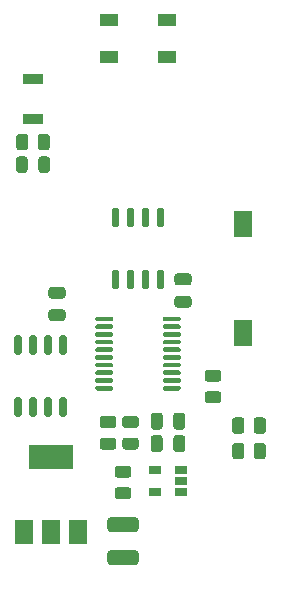
<source format=gbr>
%TF.GenerationSoftware,KiCad,Pcbnew,5.1.9-73d0e3b20d~88~ubuntu20.04.1*%
%TF.CreationDate,2021-03-24T22:26:37+08:00*%
%TF.ProjectId,elec-remote,656c6563-2d72-4656-9d6f-74652e6b6963,rev?*%
%TF.SameCoordinates,Original*%
%TF.FileFunction,Paste,Top*%
%TF.FilePolarity,Positive*%
%FSLAX46Y46*%
G04 Gerber Fmt 4.6, Leading zero omitted, Abs format (unit mm)*
G04 Created by KiCad (PCBNEW 5.1.9-73d0e3b20d~88~ubuntu20.04.1) date 2021-03-24 22:26:37*
%MOMM*%
%LPD*%
G01*
G04 APERTURE LIST*
%ADD10R,1.500000X1.000000*%
%ADD11R,1.700000X0.900000*%
%ADD12R,1.500000X2.000000*%
%ADD13R,3.800000X2.000000*%
%ADD14R,1.060000X0.650000*%
%ADD15R,1.600000X2.180000*%
G04 APERTURE END LIST*
D10*
%TO.C,D5*%
X39460000Y-28880000D03*
X39460000Y-32080000D03*
X44360000Y-28880000D03*
X44360000Y-32080000D03*
%TD*%
D11*
%TO.C,SIDE1*%
X33020000Y-33860000D03*
X33020000Y-37260000D03*
%TD*%
%TO.C,U6*%
G36*
G01*
X43665000Y-50060000D02*
X43965000Y-50060000D01*
G75*
G02*
X44115000Y-50210000I0J-150000D01*
G01*
X44115000Y-51560000D01*
G75*
G02*
X43965000Y-51710000I-150000J0D01*
G01*
X43665000Y-51710000D01*
G75*
G02*
X43515000Y-51560000I0J150000D01*
G01*
X43515000Y-50210000D01*
G75*
G02*
X43665000Y-50060000I150000J0D01*
G01*
G37*
G36*
G01*
X42395000Y-50060000D02*
X42695000Y-50060000D01*
G75*
G02*
X42845000Y-50210000I0J-150000D01*
G01*
X42845000Y-51560000D01*
G75*
G02*
X42695000Y-51710000I-150000J0D01*
G01*
X42395000Y-51710000D01*
G75*
G02*
X42245000Y-51560000I0J150000D01*
G01*
X42245000Y-50210000D01*
G75*
G02*
X42395000Y-50060000I150000J0D01*
G01*
G37*
G36*
G01*
X41125000Y-50060000D02*
X41425000Y-50060000D01*
G75*
G02*
X41575000Y-50210000I0J-150000D01*
G01*
X41575000Y-51560000D01*
G75*
G02*
X41425000Y-51710000I-150000J0D01*
G01*
X41125000Y-51710000D01*
G75*
G02*
X40975000Y-51560000I0J150000D01*
G01*
X40975000Y-50210000D01*
G75*
G02*
X41125000Y-50060000I150000J0D01*
G01*
G37*
G36*
G01*
X39855000Y-50060000D02*
X40155000Y-50060000D01*
G75*
G02*
X40305000Y-50210000I0J-150000D01*
G01*
X40305000Y-51560000D01*
G75*
G02*
X40155000Y-51710000I-150000J0D01*
G01*
X39855000Y-51710000D01*
G75*
G02*
X39705000Y-51560000I0J150000D01*
G01*
X39705000Y-50210000D01*
G75*
G02*
X39855000Y-50060000I150000J0D01*
G01*
G37*
G36*
G01*
X39855000Y-44810000D02*
X40155000Y-44810000D01*
G75*
G02*
X40305000Y-44960000I0J-150000D01*
G01*
X40305000Y-46310000D01*
G75*
G02*
X40155000Y-46460000I-150000J0D01*
G01*
X39855000Y-46460000D01*
G75*
G02*
X39705000Y-46310000I0J150000D01*
G01*
X39705000Y-44960000D01*
G75*
G02*
X39855000Y-44810000I150000J0D01*
G01*
G37*
G36*
G01*
X41125000Y-44810000D02*
X41425000Y-44810000D01*
G75*
G02*
X41575000Y-44960000I0J-150000D01*
G01*
X41575000Y-46310000D01*
G75*
G02*
X41425000Y-46460000I-150000J0D01*
G01*
X41125000Y-46460000D01*
G75*
G02*
X40975000Y-46310000I0J150000D01*
G01*
X40975000Y-44960000D01*
G75*
G02*
X41125000Y-44810000I150000J0D01*
G01*
G37*
G36*
G01*
X42395000Y-44810000D02*
X42695000Y-44810000D01*
G75*
G02*
X42845000Y-44960000I0J-150000D01*
G01*
X42845000Y-46310000D01*
G75*
G02*
X42695000Y-46460000I-150000J0D01*
G01*
X42395000Y-46460000D01*
G75*
G02*
X42245000Y-46310000I0J150000D01*
G01*
X42245000Y-44960000D01*
G75*
G02*
X42395000Y-44810000I150000J0D01*
G01*
G37*
G36*
G01*
X43665000Y-44810000D02*
X43965000Y-44810000D01*
G75*
G02*
X44115000Y-44960000I0J-150000D01*
G01*
X44115000Y-46310000D01*
G75*
G02*
X43965000Y-46460000I-150000J0D01*
G01*
X43665000Y-46460000D01*
G75*
G02*
X43515000Y-46310000I0J150000D01*
G01*
X43515000Y-44960000D01*
G75*
G02*
X43665000Y-44810000I150000J0D01*
G01*
G37*
%TD*%
D12*
%TO.C,U5*%
X32244000Y-72238000D03*
X36844000Y-72238000D03*
X34544000Y-72238000D03*
D13*
X34544000Y-65938000D03*
%TD*%
D14*
%TO.C,U4*%
X43350000Y-68895000D03*
X43350000Y-66995000D03*
X45550000Y-66995000D03*
X45550000Y-67945000D03*
X45550000Y-68895000D03*
%TD*%
%TO.C,U3*%
G36*
G01*
X39785000Y-59975000D02*
X39785000Y-60175000D01*
G75*
G02*
X39685000Y-60275000I-100000J0D01*
G01*
X38410000Y-60275000D01*
G75*
G02*
X38310000Y-60175000I0J100000D01*
G01*
X38310000Y-59975000D01*
G75*
G02*
X38410000Y-59875000I100000J0D01*
G01*
X39685000Y-59875000D01*
G75*
G02*
X39785000Y-59975000I0J-100000D01*
G01*
G37*
G36*
G01*
X39785000Y-59325000D02*
X39785000Y-59525000D01*
G75*
G02*
X39685000Y-59625000I-100000J0D01*
G01*
X38410000Y-59625000D01*
G75*
G02*
X38310000Y-59525000I0J100000D01*
G01*
X38310000Y-59325000D01*
G75*
G02*
X38410000Y-59225000I100000J0D01*
G01*
X39685000Y-59225000D01*
G75*
G02*
X39785000Y-59325000I0J-100000D01*
G01*
G37*
G36*
G01*
X39785000Y-58675000D02*
X39785000Y-58875000D01*
G75*
G02*
X39685000Y-58975000I-100000J0D01*
G01*
X38410000Y-58975000D01*
G75*
G02*
X38310000Y-58875000I0J100000D01*
G01*
X38310000Y-58675000D01*
G75*
G02*
X38410000Y-58575000I100000J0D01*
G01*
X39685000Y-58575000D01*
G75*
G02*
X39785000Y-58675000I0J-100000D01*
G01*
G37*
G36*
G01*
X39785000Y-58025000D02*
X39785000Y-58225000D01*
G75*
G02*
X39685000Y-58325000I-100000J0D01*
G01*
X38410000Y-58325000D01*
G75*
G02*
X38310000Y-58225000I0J100000D01*
G01*
X38310000Y-58025000D01*
G75*
G02*
X38410000Y-57925000I100000J0D01*
G01*
X39685000Y-57925000D01*
G75*
G02*
X39785000Y-58025000I0J-100000D01*
G01*
G37*
G36*
G01*
X39785000Y-57375000D02*
X39785000Y-57575000D01*
G75*
G02*
X39685000Y-57675000I-100000J0D01*
G01*
X38410000Y-57675000D01*
G75*
G02*
X38310000Y-57575000I0J100000D01*
G01*
X38310000Y-57375000D01*
G75*
G02*
X38410000Y-57275000I100000J0D01*
G01*
X39685000Y-57275000D01*
G75*
G02*
X39785000Y-57375000I0J-100000D01*
G01*
G37*
G36*
G01*
X39785000Y-56725000D02*
X39785000Y-56925000D01*
G75*
G02*
X39685000Y-57025000I-100000J0D01*
G01*
X38410000Y-57025000D01*
G75*
G02*
X38310000Y-56925000I0J100000D01*
G01*
X38310000Y-56725000D01*
G75*
G02*
X38410000Y-56625000I100000J0D01*
G01*
X39685000Y-56625000D01*
G75*
G02*
X39785000Y-56725000I0J-100000D01*
G01*
G37*
G36*
G01*
X39785000Y-56075000D02*
X39785000Y-56275000D01*
G75*
G02*
X39685000Y-56375000I-100000J0D01*
G01*
X38410000Y-56375000D01*
G75*
G02*
X38310000Y-56275000I0J100000D01*
G01*
X38310000Y-56075000D01*
G75*
G02*
X38410000Y-55975000I100000J0D01*
G01*
X39685000Y-55975000D01*
G75*
G02*
X39785000Y-56075000I0J-100000D01*
G01*
G37*
G36*
G01*
X39785000Y-55425000D02*
X39785000Y-55625000D01*
G75*
G02*
X39685000Y-55725000I-100000J0D01*
G01*
X38410000Y-55725000D01*
G75*
G02*
X38310000Y-55625000I0J100000D01*
G01*
X38310000Y-55425000D01*
G75*
G02*
X38410000Y-55325000I100000J0D01*
G01*
X39685000Y-55325000D01*
G75*
G02*
X39785000Y-55425000I0J-100000D01*
G01*
G37*
G36*
G01*
X39785000Y-54775000D02*
X39785000Y-54975000D01*
G75*
G02*
X39685000Y-55075000I-100000J0D01*
G01*
X38410000Y-55075000D01*
G75*
G02*
X38310000Y-54975000I0J100000D01*
G01*
X38310000Y-54775000D01*
G75*
G02*
X38410000Y-54675000I100000J0D01*
G01*
X39685000Y-54675000D01*
G75*
G02*
X39785000Y-54775000I0J-100000D01*
G01*
G37*
G36*
G01*
X39785000Y-54125000D02*
X39785000Y-54325000D01*
G75*
G02*
X39685000Y-54425000I-100000J0D01*
G01*
X38410000Y-54425000D01*
G75*
G02*
X38310000Y-54325000I0J100000D01*
G01*
X38310000Y-54125000D01*
G75*
G02*
X38410000Y-54025000I100000J0D01*
G01*
X39685000Y-54025000D01*
G75*
G02*
X39785000Y-54125000I0J-100000D01*
G01*
G37*
G36*
G01*
X45510000Y-54125000D02*
X45510000Y-54325000D01*
G75*
G02*
X45410000Y-54425000I-100000J0D01*
G01*
X44135000Y-54425000D01*
G75*
G02*
X44035000Y-54325000I0J100000D01*
G01*
X44035000Y-54125000D01*
G75*
G02*
X44135000Y-54025000I100000J0D01*
G01*
X45410000Y-54025000D01*
G75*
G02*
X45510000Y-54125000I0J-100000D01*
G01*
G37*
G36*
G01*
X45510000Y-54775000D02*
X45510000Y-54975000D01*
G75*
G02*
X45410000Y-55075000I-100000J0D01*
G01*
X44135000Y-55075000D01*
G75*
G02*
X44035000Y-54975000I0J100000D01*
G01*
X44035000Y-54775000D01*
G75*
G02*
X44135000Y-54675000I100000J0D01*
G01*
X45410000Y-54675000D01*
G75*
G02*
X45510000Y-54775000I0J-100000D01*
G01*
G37*
G36*
G01*
X45510000Y-55425000D02*
X45510000Y-55625000D01*
G75*
G02*
X45410000Y-55725000I-100000J0D01*
G01*
X44135000Y-55725000D01*
G75*
G02*
X44035000Y-55625000I0J100000D01*
G01*
X44035000Y-55425000D01*
G75*
G02*
X44135000Y-55325000I100000J0D01*
G01*
X45410000Y-55325000D01*
G75*
G02*
X45510000Y-55425000I0J-100000D01*
G01*
G37*
G36*
G01*
X45510000Y-56075000D02*
X45510000Y-56275000D01*
G75*
G02*
X45410000Y-56375000I-100000J0D01*
G01*
X44135000Y-56375000D01*
G75*
G02*
X44035000Y-56275000I0J100000D01*
G01*
X44035000Y-56075000D01*
G75*
G02*
X44135000Y-55975000I100000J0D01*
G01*
X45410000Y-55975000D01*
G75*
G02*
X45510000Y-56075000I0J-100000D01*
G01*
G37*
G36*
G01*
X45510000Y-56725000D02*
X45510000Y-56925000D01*
G75*
G02*
X45410000Y-57025000I-100000J0D01*
G01*
X44135000Y-57025000D01*
G75*
G02*
X44035000Y-56925000I0J100000D01*
G01*
X44035000Y-56725000D01*
G75*
G02*
X44135000Y-56625000I100000J0D01*
G01*
X45410000Y-56625000D01*
G75*
G02*
X45510000Y-56725000I0J-100000D01*
G01*
G37*
G36*
G01*
X45510000Y-57375000D02*
X45510000Y-57575000D01*
G75*
G02*
X45410000Y-57675000I-100000J0D01*
G01*
X44135000Y-57675000D01*
G75*
G02*
X44035000Y-57575000I0J100000D01*
G01*
X44035000Y-57375000D01*
G75*
G02*
X44135000Y-57275000I100000J0D01*
G01*
X45410000Y-57275000D01*
G75*
G02*
X45510000Y-57375000I0J-100000D01*
G01*
G37*
G36*
G01*
X45510000Y-58025000D02*
X45510000Y-58225000D01*
G75*
G02*
X45410000Y-58325000I-100000J0D01*
G01*
X44135000Y-58325000D01*
G75*
G02*
X44035000Y-58225000I0J100000D01*
G01*
X44035000Y-58025000D01*
G75*
G02*
X44135000Y-57925000I100000J0D01*
G01*
X45410000Y-57925000D01*
G75*
G02*
X45510000Y-58025000I0J-100000D01*
G01*
G37*
G36*
G01*
X45510000Y-58675000D02*
X45510000Y-58875000D01*
G75*
G02*
X45410000Y-58975000I-100000J0D01*
G01*
X44135000Y-58975000D01*
G75*
G02*
X44035000Y-58875000I0J100000D01*
G01*
X44035000Y-58675000D01*
G75*
G02*
X44135000Y-58575000I100000J0D01*
G01*
X45410000Y-58575000D01*
G75*
G02*
X45510000Y-58675000I0J-100000D01*
G01*
G37*
G36*
G01*
X45510000Y-59325000D02*
X45510000Y-59525000D01*
G75*
G02*
X45410000Y-59625000I-100000J0D01*
G01*
X44135000Y-59625000D01*
G75*
G02*
X44035000Y-59525000I0J100000D01*
G01*
X44035000Y-59325000D01*
G75*
G02*
X44135000Y-59225000I100000J0D01*
G01*
X45410000Y-59225000D01*
G75*
G02*
X45510000Y-59325000I0J-100000D01*
G01*
G37*
G36*
G01*
X45510000Y-59975000D02*
X45510000Y-60175000D01*
G75*
G02*
X45410000Y-60275000I-100000J0D01*
G01*
X44135000Y-60275000D01*
G75*
G02*
X44035000Y-60175000I0J100000D01*
G01*
X44035000Y-59975000D01*
G75*
G02*
X44135000Y-59875000I100000J0D01*
G01*
X45410000Y-59875000D01*
G75*
G02*
X45510000Y-59975000I0J-100000D01*
G01*
G37*
%TD*%
%TO.C,U1*%
G36*
G01*
X35410000Y-60855000D02*
X35710000Y-60855000D01*
G75*
G02*
X35860000Y-61005000I0J-150000D01*
G01*
X35860000Y-62355000D01*
G75*
G02*
X35710000Y-62505000I-150000J0D01*
G01*
X35410000Y-62505000D01*
G75*
G02*
X35260000Y-62355000I0J150000D01*
G01*
X35260000Y-61005000D01*
G75*
G02*
X35410000Y-60855000I150000J0D01*
G01*
G37*
G36*
G01*
X34140000Y-60855000D02*
X34440000Y-60855000D01*
G75*
G02*
X34590000Y-61005000I0J-150000D01*
G01*
X34590000Y-62355000D01*
G75*
G02*
X34440000Y-62505000I-150000J0D01*
G01*
X34140000Y-62505000D01*
G75*
G02*
X33990000Y-62355000I0J150000D01*
G01*
X33990000Y-61005000D01*
G75*
G02*
X34140000Y-60855000I150000J0D01*
G01*
G37*
G36*
G01*
X32870000Y-60855000D02*
X33170000Y-60855000D01*
G75*
G02*
X33320000Y-61005000I0J-150000D01*
G01*
X33320000Y-62355000D01*
G75*
G02*
X33170000Y-62505000I-150000J0D01*
G01*
X32870000Y-62505000D01*
G75*
G02*
X32720000Y-62355000I0J150000D01*
G01*
X32720000Y-61005000D01*
G75*
G02*
X32870000Y-60855000I150000J0D01*
G01*
G37*
G36*
G01*
X31600000Y-60855000D02*
X31900000Y-60855000D01*
G75*
G02*
X32050000Y-61005000I0J-150000D01*
G01*
X32050000Y-62355000D01*
G75*
G02*
X31900000Y-62505000I-150000J0D01*
G01*
X31600000Y-62505000D01*
G75*
G02*
X31450000Y-62355000I0J150000D01*
G01*
X31450000Y-61005000D01*
G75*
G02*
X31600000Y-60855000I150000J0D01*
G01*
G37*
G36*
G01*
X31600000Y-55605000D02*
X31900000Y-55605000D01*
G75*
G02*
X32050000Y-55755000I0J-150000D01*
G01*
X32050000Y-57105000D01*
G75*
G02*
X31900000Y-57255000I-150000J0D01*
G01*
X31600000Y-57255000D01*
G75*
G02*
X31450000Y-57105000I0J150000D01*
G01*
X31450000Y-55755000D01*
G75*
G02*
X31600000Y-55605000I150000J0D01*
G01*
G37*
G36*
G01*
X32870000Y-55605000D02*
X33170000Y-55605000D01*
G75*
G02*
X33320000Y-55755000I0J-150000D01*
G01*
X33320000Y-57105000D01*
G75*
G02*
X33170000Y-57255000I-150000J0D01*
G01*
X32870000Y-57255000D01*
G75*
G02*
X32720000Y-57105000I0J150000D01*
G01*
X32720000Y-55755000D01*
G75*
G02*
X32870000Y-55605000I150000J0D01*
G01*
G37*
G36*
G01*
X34140000Y-55605000D02*
X34440000Y-55605000D01*
G75*
G02*
X34590000Y-55755000I0J-150000D01*
G01*
X34590000Y-57105000D01*
G75*
G02*
X34440000Y-57255000I-150000J0D01*
G01*
X34140000Y-57255000D01*
G75*
G02*
X33990000Y-57105000I0J150000D01*
G01*
X33990000Y-55755000D01*
G75*
G02*
X34140000Y-55605000I150000J0D01*
G01*
G37*
G36*
G01*
X35410000Y-55605000D02*
X35710000Y-55605000D01*
G75*
G02*
X35860000Y-55755000I0J-150000D01*
G01*
X35860000Y-57105000D01*
G75*
G02*
X35710000Y-57255000I-150000J0D01*
G01*
X35410000Y-57255000D01*
G75*
G02*
X35260000Y-57105000I0J150000D01*
G01*
X35260000Y-55755000D01*
G75*
G02*
X35410000Y-55605000I150000J0D01*
G01*
G37*
%TD*%
D15*
%TO.C,RESET1*%
X50800000Y-46210000D03*
X50800000Y-55390000D03*
%TD*%
%TO.C,R26*%
G36*
G01*
X41725001Y-63457500D02*
X40824999Y-63457500D01*
G75*
G02*
X40575000Y-63207501I0J249999D01*
G01*
X40575000Y-62682499D01*
G75*
G02*
X40824999Y-62432500I249999J0D01*
G01*
X41725001Y-62432500D01*
G75*
G02*
X41975000Y-62682499I0J-249999D01*
G01*
X41975000Y-63207501D01*
G75*
G02*
X41725001Y-63457500I-249999J0D01*
G01*
G37*
G36*
G01*
X41725001Y-65282500D02*
X40824999Y-65282500D01*
G75*
G02*
X40575000Y-65032501I0J249999D01*
G01*
X40575000Y-64507499D01*
G75*
G02*
X40824999Y-64257500I249999J0D01*
G01*
X41725001Y-64257500D01*
G75*
G02*
X41975000Y-64507499I0J-249999D01*
G01*
X41975000Y-65032501D01*
G75*
G02*
X41725001Y-65282500I-249999J0D01*
G01*
G37*
%TD*%
%TO.C,R25*%
G36*
G01*
X38919999Y-64257500D02*
X39820001Y-64257500D01*
G75*
G02*
X40070000Y-64507499I0J-249999D01*
G01*
X40070000Y-65032501D01*
G75*
G02*
X39820001Y-65282500I-249999J0D01*
G01*
X38919999Y-65282500D01*
G75*
G02*
X38670000Y-65032501I0J249999D01*
G01*
X38670000Y-64507499D01*
G75*
G02*
X38919999Y-64257500I249999J0D01*
G01*
G37*
G36*
G01*
X38919999Y-62432500D02*
X39820001Y-62432500D01*
G75*
G02*
X40070000Y-62682499I0J-249999D01*
G01*
X40070000Y-63207501D01*
G75*
G02*
X39820001Y-63457500I-249999J0D01*
G01*
X38919999Y-63457500D01*
G75*
G02*
X38670000Y-63207501I0J249999D01*
G01*
X38670000Y-62682499D01*
G75*
G02*
X38919999Y-62432500I249999J0D01*
G01*
G37*
%TD*%
%TO.C,R23*%
G36*
G01*
X47809999Y-60344000D02*
X48710001Y-60344000D01*
G75*
G02*
X48960000Y-60593999I0J-249999D01*
G01*
X48960000Y-61119001D01*
G75*
G02*
X48710001Y-61369000I-249999J0D01*
G01*
X47809999Y-61369000D01*
G75*
G02*
X47560000Y-61119001I0J249999D01*
G01*
X47560000Y-60593999D01*
G75*
G02*
X47809999Y-60344000I249999J0D01*
G01*
G37*
G36*
G01*
X47809999Y-58519000D02*
X48710001Y-58519000D01*
G75*
G02*
X48960000Y-58768999I0J-249999D01*
G01*
X48960000Y-59294001D01*
G75*
G02*
X48710001Y-59544000I-249999J0D01*
G01*
X47809999Y-59544000D01*
G75*
G02*
X47560000Y-59294001I0J249999D01*
G01*
X47560000Y-58768999D01*
G75*
G02*
X47809999Y-58519000I249999J0D01*
G01*
G37*
%TD*%
%TO.C,R22*%
G36*
G01*
X50908000Y-64954999D02*
X50908000Y-65855001D01*
G75*
G02*
X50658001Y-66105000I-249999J0D01*
G01*
X50132999Y-66105000D01*
G75*
G02*
X49883000Y-65855001I0J249999D01*
G01*
X49883000Y-64954999D01*
G75*
G02*
X50132999Y-64705000I249999J0D01*
G01*
X50658001Y-64705000D01*
G75*
G02*
X50908000Y-64954999I0J-249999D01*
G01*
G37*
G36*
G01*
X52733000Y-64954999D02*
X52733000Y-65855001D01*
G75*
G02*
X52483001Y-66105000I-249999J0D01*
G01*
X51957999Y-66105000D01*
G75*
G02*
X51708000Y-65855001I0J249999D01*
G01*
X51708000Y-64954999D01*
G75*
G02*
X51957999Y-64705000I249999J0D01*
G01*
X52483001Y-64705000D01*
G75*
G02*
X52733000Y-64954999I0J-249999D01*
G01*
G37*
%TD*%
%TO.C,R21*%
G36*
G01*
X50908000Y-62795999D02*
X50908000Y-63696001D01*
G75*
G02*
X50658001Y-63946000I-249999J0D01*
G01*
X50132999Y-63946000D01*
G75*
G02*
X49883000Y-63696001I0J249999D01*
G01*
X49883000Y-62795999D01*
G75*
G02*
X50132999Y-62546000I249999J0D01*
G01*
X50658001Y-62546000D01*
G75*
G02*
X50908000Y-62795999I0J-249999D01*
G01*
G37*
G36*
G01*
X52733000Y-62795999D02*
X52733000Y-63696001D01*
G75*
G02*
X52483001Y-63946000I-249999J0D01*
G01*
X51957999Y-63946000D01*
G75*
G02*
X51708000Y-63696001I0J249999D01*
G01*
X51708000Y-62795999D01*
G75*
G02*
X51957999Y-62546000I249999J0D01*
G01*
X52483001Y-62546000D01*
G75*
G02*
X52733000Y-62795999I0J-249999D01*
G01*
G37*
%TD*%
%TO.C,R20*%
G36*
G01*
X41090001Y-67672000D02*
X40189999Y-67672000D01*
G75*
G02*
X39940000Y-67422001I0J249999D01*
G01*
X39940000Y-66896999D01*
G75*
G02*
X40189999Y-66647000I249999J0D01*
G01*
X41090001Y-66647000D01*
G75*
G02*
X41340000Y-66896999I0J-249999D01*
G01*
X41340000Y-67422001D01*
G75*
G02*
X41090001Y-67672000I-249999J0D01*
G01*
G37*
G36*
G01*
X41090001Y-69497000D02*
X40189999Y-69497000D01*
G75*
G02*
X39940000Y-69247001I0J249999D01*
G01*
X39940000Y-68721999D01*
G75*
G02*
X40189999Y-68472000I249999J0D01*
G01*
X41090001Y-68472000D01*
G75*
G02*
X41340000Y-68721999I0J-249999D01*
G01*
X41340000Y-69247001D01*
G75*
G02*
X41090001Y-69497000I-249999J0D01*
G01*
G37*
%TD*%
%TO.C,R18*%
G36*
G01*
X32620000Y-38792999D02*
X32620000Y-39693001D01*
G75*
G02*
X32370001Y-39943000I-249999J0D01*
G01*
X31844999Y-39943000D01*
G75*
G02*
X31595000Y-39693001I0J249999D01*
G01*
X31595000Y-38792999D01*
G75*
G02*
X31844999Y-38543000I249999J0D01*
G01*
X32370001Y-38543000D01*
G75*
G02*
X32620000Y-38792999I0J-249999D01*
G01*
G37*
G36*
G01*
X34445000Y-38792999D02*
X34445000Y-39693001D01*
G75*
G02*
X34195001Y-39943000I-249999J0D01*
G01*
X33669999Y-39943000D01*
G75*
G02*
X33420000Y-39693001I0J249999D01*
G01*
X33420000Y-38792999D01*
G75*
G02*
X33669999Y-38543000I249999J0D01*
G01*
X34195001Y-38543000D01*
G75*
G02*
X34445000Y-38792999I0J-249999D01*
G01*
G37*
%TD*%
%TO.C,F2*%
G36*
G01*
X41715000Y-72250000D02*
X39565000Y-72250000D01*
G75*
G02*
X39315000Y-72000000I0J250000D01*
G01*
X39315000Y-71250000D01*
G75*
G02*
X39565000Y-71000000I250000J0D01*
G01*
X41715000Y-71000000D01*
G75*
G02*
X41965000Y-71250000I0J-250000D01*
G01*
X41965000Y-72000000D01*
G75*
G02*
X41715000Y-72250000I-250000J0D01*
G01*
G37*
G36*
G01*
X41715000Y-75050000D02*
X39565000Y-75050000D01*
G75*
G02*
X39315000Y-74800000I0J250000D01*
G01*
X39315000Y-74050000D01*
G75*
G02*
X39565000Y-73800000I250000J0D01*
G01*
X41715000Y-73800000D01*
G75*
G02*
X41965000Y-74050000I0J-250000D01*
G01*
X41965000Y-74800000D01*
G75*
G02*
X41715000Y-75050000I-250000J0D01*
G01*
G37*
%TD*%
%TO.C,D3*%
G36*
G01*
X33470000Y-41604250D02*
X33470000Y-40691750D01*
G75*
G02*
X33713750Y-40448000I243750J0D01*
G01*
X34201250Y-40448000D01*
G75*
G02*
X34445000Y-40691750I0J-243750D01*
G01*
X34445000Y-41604250D01*
G75*
G02*
X34201250Y-41848000I-243750J0D01*
G01*
X33713750Y-41848000D01*
G75*
G02*
X33470000Y-41604250I0J243750D01*
G01*
G37*
G36*
G01*
X31595000Y-41604250D02*
X31595000Y-40691750D01*
G75*
G02*
X31838750Y-40448000I243750J0D01*
G01*
X32326250Y-40448000D01*
G75*
G02*
X32570000Y-40691750I0J-243750D01*
G01*
X32570000Y-41604250D01*
G75*
G02*
X32326250Y-41848000I-243750J0D01*
G01*
X31838750Y-41848000D01*
G75*
G02*
X31595000Y-41604250I0J243750D01*
G01*
G37*
%TD*%
%TO.C,C18*%
G36*
G01*
X44000000Y-64295000D02*
X44000000Y-65245000D01*
G75*
G02*
X43750000Y-65495000I-250000J0D01*
G01*
X43250000Y-65495000D01*
G75*
G02*
X43000000Y-65245000I0J250000D01*
G01*
X43000000Y-64295000D01*
G75*
G02*
X43250000Y-64045000I250000J0D01*
G01*
X43750000Y-64045000D01*
G75*
G02*
X44000000Y-64295000I0J-250000D01*
G01*
G37*
G36*
G01*
X45900000Y-64295000D02*
X45900000Y-65245000D01*
G75*
G02*
X45650000Y-65495000I-250000J0D01*
G01*
X45150000Y-65495000D01*
G75*
G02*
X44900000Y-65245000I0J250000D01*
G01*
X44900000Y-64295000D01*
G75*
G02*
X45150000Y-64045000I250000J0D01*
G01*
X45650000Y-64045000D01*
G75*
G02*
X45900000Y-64295000I0J-250000D01*
G01*
G37*
%TD*%
%TO.C,C9*%
G36*
G01*
X46195000Y-51366000D02*
X45245000Y-51366000D01*
G75*
G02*
X44995000Y-51116000I0J250000D01*
G01*
X44995000Y-50616000D01*
G75*
G02*
X45245000Y-50366000I250000J0D01*
G01*
X46195000Y-50366000D01*
G75*
G02*
X46445000Y-50616000I0J-250000D01*
G01*
X46445000Y-51116000D01*
G75*
G02*
X46195000Y-51366000I-250000J0D01*
G01*
G37*
G36*
G01*
X46195000Y-53266000D02*
X45245000Y-53266000D01*
G75*
G02*
X44995000Y-53016000I0J250000D01*
G01*
X44995000Y-52516000D01*
G75*
G02*
X45245000Y-52266000I250000J0D01*
G01*
X46195000Y-52266000D01*
G75*
G02*
X46445000Y-52516000I0J-250000D01*
G01*
X46445000Y-53016000D01*
G75*
G02*
X46195000Y-53266000I-250000J0D01*
G01*
G37*
%TD*%
%TO.C,C4*%
G36*
G01*
X35527000Y-52509000D02*
X34577000Y-52509000D01*
G75*
G02*
X34327000Y-52259000I0J250000D01*
G01*
X34327000Y-51759000D01*
G75*
G02*
X34577000Y-51509000I250000J0D01*
G01*
X35527000Y-51509000D01*
G75*
G02*
X35777000Y-51759000I0J-250000D01*
G01*
X35777000Y-52259000D01*
G75*
G02*
X35527000Y-52509000I-250000J0D01*
G01*
G37*
G36*
G01*
X35527000Y-54409000D02*
X34577000Y-54409000D01*
G75*
G02*
X34327000Y-54159000I0J250000D01*
G01*
X34327000Y-53659000D01*
G75*
G02*
X34577000Y-53409000I250000J0D01*
G01*
X35527000Y-53409000D01*
G75*
G02*
X35777000Y-53659000I0J-250000D01*
G01*
X35777000Y-54159000D01*
G75*
G02*
X35527000Y-54409000I-250000J0D01*
G01*
G37*
%TD*%
%TO.C,C1*%
G36*
G01*
X44000000Y-62390000D02*
X44000000Y-63340000D01*
G75*
G02*
X43750000Y-63590000I-250000J0D01*
G01*
X43250000Y-63590000D01*
G75*
G02*
X43000000Y-63340000I0J250000D01*
G01*
X43000000Y-62390000D01*
G75*
G02*
X43250000Y-62140000I250000J0D01*
G01*
X43750000Y-62140000D01*
G75*
G02*
X44000000Y-62390000I0J-250000D01*
G01*
G37*
G36*
G01*
X45900000Y-62390000D02*
X45900000Y-63340000D01*
G75*
G02*
X45650000Y-63590000I-250000J0D01*
G01*
X45150000Y-63590000D01*
G75*
G02*
X44900000Y-63340000I0J250000D01*
G01*
X44900000Y-62390000D01*
G75*
G02*
X45150000Y-62140000I250000J0D01*
G01*
X45650000Y-62140000D01*
G75*
G02*
X45900000Y-62390000I0J-250000D01*
G01*
G37*
%TD*%
M02*

</source>
